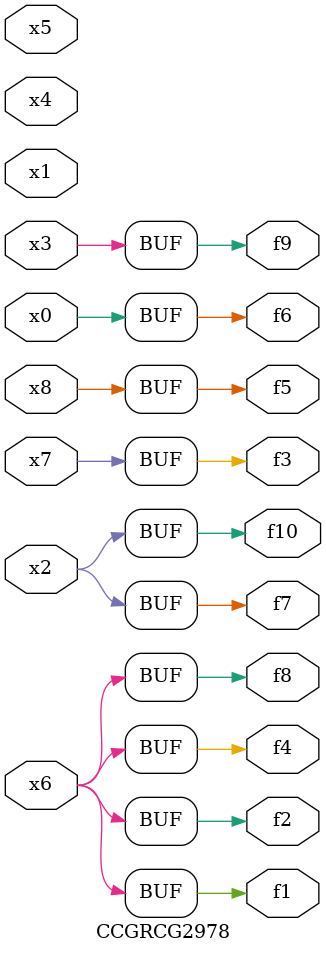
<source format=v>
module CCGRCG2978(
	input x0, x1, x2, x3, x4, x5, x6, x7, x8,
	output f1, f2, f3, f4, f5, f6, f7, f8, f9, f10
);
	assign f1 = x6;
	assign f2 = x6;
	assign f3 = x7;
	assign f4 = x6;
	assign f5 = x8;
	assign f6 = x0;
	assign f7 = x2;
	assign f8 = x6;
	assign f9 = x3;
	assign f10 = x2;
endmodule

</source>
